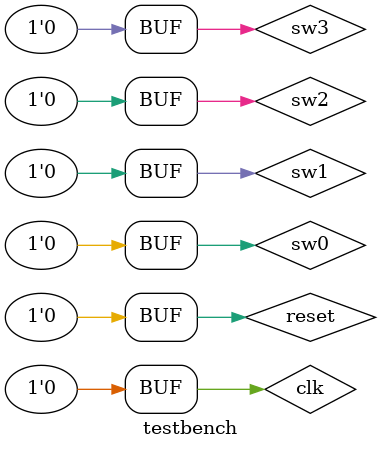
<source format=v>
`timescale 1ns / 1ps


module testbench;

localparam T = 20;

	// Inputs
	reg clk;
	reg reset;
	reg sw0;
	reg sw1;
	reg sw2;
	reg sw3;


	// Outputs
	wire led0;
	wire led1;
	wire led2;
	wire led3;
	wire led4;
	wire led5;
	wire led6;
	wire led7;
	wire db_sw0;
	wire db_sw1, sw0_tick, sw1_tick;

	// Instantiate the Unit Under Test (UUT)
	test_fifo uut (
		.clk(clk), 
		.reset(reset), 
		.sw0(sw0), 
		.sw1(sw1), 
		.sw2(sw2), 
		.sw3(sw3), 
		.led0(led0), 
		.led1(led1), 
		.led2(led2), 
		.led3(led3), 
		.led4(led4), 
		.led5(led5), 
		.led6(led6), 
		.led7(led7),
		.db_sw0(db_sw0),
		.db_sw1(db_sw1),
		.sw0_tick(sw0_tick),
		.sw1_tick(sw1_tick)
	);
	
	always
	begin
	clk = 1'b1;
	#(T/2);
	clk = 1'b0;
	#(T/2);
	end	
	
	initial begin
		// Initialize Inputs
		clk = 0;
		reset = 1;
		sw0 = 0;
		sw1 = 0;
		sw2 = 0;
		sw3 = 0;


		// Wait 100 ns for global reset to finish
		#2000;
        
		// Add stimulus here
		reset = 0;
		sw0 = 0;
		sw1 = 1;
		sw2 = 0;
		sw3 = 0;


		// Wait 100 ns for global reset to finish
		#300;
		reset = 0;
		sw0 = 0;
		sw1 = 0;
		sw2 = 1;
		sw3 = 1;


		// Wait 100 ns for global reset to finish
		#300;		
		reset = 0;
		sw0 = 0;
		sw1 = 1;
		sw2 = 1;
		sw3 = 0;


		// Wait 100 ns for global reset to finish
		#300;	
		reset = 0;
		sw0 = 0;
		sw1 = 0;
		sw2 = 0;
		sw3 = 0;


		// Wait 100 ns for global reset to finish
		#300;		
		reset = 0;
		sw0 = 0;
		sw1 = 1;
		sw2 = 0;
		sw3 = 1;
		
		// Wait 100 ns for global reset to finish
		#300;		
		reset = 0;
		sw0 = 0;
		sw1 = 0;
		sw2 = 0;
		sw3 = 0;
		
		// Wait 100 ns for global reset to finish
		#300;		
		reset = 0;
		sw0 = 0;
		sw1 = 1;
		sw2 = 1;
		sw3 = 1;

		// Wait 100 ns for global reset to finish
		#300;		
		reset = 0;
		sw0 = 0;
		sw1 = 0;
		sw2 = 0;
		sw3 = 0;
		
		// Wait 100 ns for global reset to finish
		#300;		
		reset = 0;
		sw0 = 0;
		sw1 = 1;
		sw2 = 1;
		sw3 = 1;


		// Wait 100 ns for global reset to finish
		#300;	
		
		reset = 0;
		sw0 = 1;
		sw1 = 0;
		sw2 = 0;
		sw3 = 0;

		// Wait 100 ns for global reset to finish
		#300;
		
		reset = 0;
		sw0 = 0;
		sw1 = 0;
		sw2 = 0;
		sw3 = 0;

		// Wait 100 ns for global reset to finish
		#300;
		
		reset = 0;
		sw0 = 1;
		sw1 = 0;
		sw2 = 0;
		sw3 = 0;

		// Wait 100 ns for global reset to finish
		#300;
		reset = 0;
		sw0 = 0;
		sw1 = 0;
		sw2 = 0;
		sw3 = 0;

		// Wait 100 ns for global reset to finish
		#300;
		
		reset = 0;
		sw0 = 1;
		sw1 = 0;
		sw2 = 0;
		sw3 = 0;

		// Wait 100 ns for global reset to finish
		#300;
				
		reset = 0;
		sw0 = 0;
		sw1 = 0;
		sw2 = 0;
		sw3 = 0;

		// Wait 100 ns for global reset to finish
		#300;
				
		reset = 0;
		sw0 = 1;
		sw1 = 0;
		sw2 = 0;
		sw3 = 0;

		// Wait 100 ns for global reset to finish
		#300;
				
		reset = 0;
		sw0 = 0;
		sw1 = 0;
		sw2 = 0;
		sw3 = 0;

		// Wait 100 ns for global reset to finish
		#300;
	end
      
endmodule


</source>
